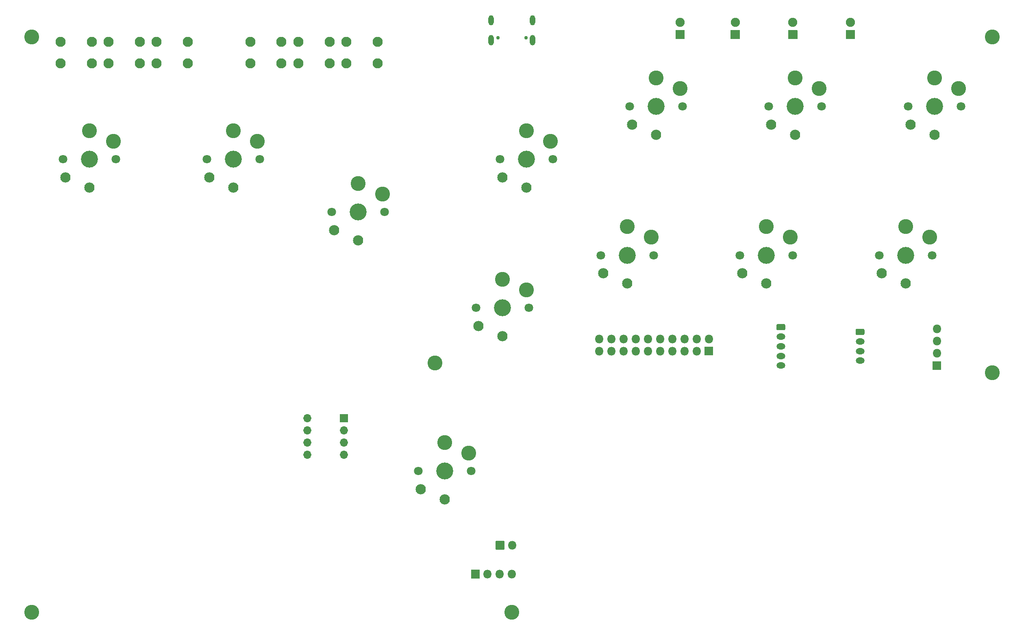
<source format=gbr>
G04 #@! TF.GenerationSoftware,KiCad,Pcbnew,5.1.9+dfsg1-1*
G04 #@! TF.CreationDate,2021-10-01T14:26:28-05:00*
G04 #@! TF.ProjectId,thornbox,74686f72-6e62-46f7-982e-6b696361645f,rev?*
G04 #@! TF.SameCoordinates,Original*
G04 #@! TF.FileFunction,Soldermask,Top*
G04 #@! TF.FilePolarity,Negative*
%FSLAX46Y46*%
G04 Gerber Fmt 4.6, Leading zero omitted, Abs format (unit mm)*
G04 Created by KiCad (PCBNEW 5.1.9+dfsg1-1) date 2021-10-01 14:26:28*
%MOMM*%
%LPD*%
G01*
G04 APERTURE LIST*
%ADD10O,1.702000X1.702000*%
%ADD11O,1.802000X1.802000*%
%ADD12O,1.852000X1.302000*%
%ADD13C,1.902000*%
%ADD14C,0.752000*%
%ADD15O,1.152000X2.202000*%
%ADD16O,1.102000X2.102000*%
%ADD17C,3.102000*%
%ADD18C,2.102000*%
%ADD19C,2.134000*%
%ADD20C,3.531000*%
%ADD21C,1.803800*%
G04 APERTURE END LIST*
D10*
X110380000Y-111500000D03*
X118000000Y-119120000D03*
X110380000Y-114040000D03*
X118000000Y-116580000D03*
X110380000Y-116580000D03*
X118000000Y-114040000D03*
X110380000Y-119120000D03*
G36*
G01*
X118851000Y-110700000D02*
X118851000Y-112300000D01*
G75*
G02*
X118800000Y-112351000I-51000J0D01*
G01*
X117200000Y-112351000D01*
G75*
G02*
X117149000Y-112300000I0J51000D01*
G01*
X117149000Y-110700000D01*
G75*
G02*
X117200000Y-110649000I51000J0D01*
G01*
X118800000Y-110649000D01*
G75*
G02*
X118851000Y-110700000I0J-51000D01*
G01*
G37*
D11*
X153040000Y-138000000D03*
G36*
G01*
X149650000Y-137099000D02*
X151350000Y-137099000D01*
G75*
G02*
X151401000Y-137150000I0J-51000D01*
G01*
X151401000Y-138850000D01*
G75*
G02*
X151350000Y-138901000I-51000J0D01*
G01*
X149650000Y-138901000D01*
G75*
G02*
X149599000Y-138850000I0J51000D01*
G01*
X149599000Y-137150000D01*
G75*
G02*
X149650000Y-137099000I51000J0D01*
G01*
G37*
D12*
X209000000Y-100500000D03*
X209000000Y-98500000D03*
X209000000Y-96500000D03*
X209000000Y-94500000D03*
G36*
G01*
X208345248Y-91849000D02*
X209654752Y-91849000D01*
G75*
G02*
X209926000Y-92120248I0J-271248D01*
G01*
X209926000Y-92879752D01*
G75*
G02*
X209654752Y-93151000I-271248J0D01*
G01*
X208345248Y-93151000D01*
G75*
G02*
X208074000Y-92879752I0J271248D01*
G01*
X208074000Y-92120248D01*
G75*
G02*
X208345248Y-91849000I271248J0D01*
G01*
G37*
D11*
X153000000Y-144000000D03*
X150460000Y-144000000D03*
X147920000Y-144000000D03*
G36*
G01*
X144530000Y-143099000D02*
X146230000Y-143099000D01*
G75*
G02*
X146281000Y-143150000I0J-51000D01*
G01*
X146281000Y-144850000D01*
G75*
G02*
X146230000Y-144901000I-51000J0D01*
G01*
X144530000Y-144901000D01*
G75*
G02*
X144479000Y-144850000I0J51000D01*
G01*
X144479000Y-143150000D01*
G75*
G02*
X144530000Y-143099000I51000J0D01*
G01*
G37*
D13*
X223500000Y-28960000D03*
G36*
G01*
X224400000Y-32451000D02*
X222600000Y-32451000D01*
G75*
G02*
X222549000Y-32400000I0J51000D01*
G01*
X222549000Y-30600000D01*
G75*
G02*
X222600000Y-30549000I51000J0D01*
G01*
X224400000Y-30549000D01*
G75*
G02*
X224451000Y-30600000I0J-51000D01*
G01*
X224451000Y-32400000D01*
G75*
G02*
X224400000Y-32451000I-51000J0D01*
G01*
G37*
X211500000Y-28960000D03*
G36*
G01*
X212400000Y-32451000D02*
X210600000Y-32451000D01*
G75*
G02*
X210549000Y-32400000I0J51000D01*
G01*
X210549000Y-30600000D01*
G75*
G02*
X210600000Y-30549000I51000J0D01*
G01*
X212400000Y-30549000D01*
G75*
G02*
X212451000Y-30600000I0J-51000D01*
G01*
X212451000Y-32400000D01*
G75*
G02*
X212400000Y-32451000I-51000J0D01*
G01*
G37*
X199500000Y-28960000D03*
G36*
G01*
X200400000Y-32451000D02*
X198600000Y-32451000D01*
G75*
G02*
X198549000Y-32400000I0J51000D01*
G01*
X198549000Y-30600000D01*
G75*
G02*
X198600000Y-30549000I51000J0D01*
G01*
X200400000Y-30549000D01*
G75*
G02*
X200451000Y-30600000I0J-51000D01*
G01*
X200451000Y-32400000D01*
G75*
G02*
X200400000Y-32451000I-51000J0D01*
G01*
G37*
X188000000Y-28960000D03*
G36*
G01*
X188900000Y-32451000D02*
X187100000Y-32451000D01*
G75*
G02*
X187049000Y-32400000I0J51000D01*
G01*
X187049000Y-30600000D01*
G75*
G02*
X187100000Y-30549000I51000J0D01*
G01*
X188900000Y-30549000D01*
G75*
G02*
X188951000Y-30600000I0J-51000D01*
G01*
X188951000Y-32400000D01*
G75*
G02*
X188900000Y-32451000I-51000J0D01*
G01*
G37*
D14*
X150110000Y-32180000D03*
X155890000Y-32180000D03*
D15*
X157320000Y-32680000D03*
X148680000Y-32680000D03*
D16*
X157320000Y-28500000D03*
X148680000Y-28500000D03*
D17*
X153000000Y-152000000D03*
X53000000Y-32000000D03*
X53000000Y-152000000D03*
X253000000Y-32000000D03*
X253000000Y-102000000D03*
X137000000Y-100000000D03*
D18*
X65500000Y-33000000D03*
X65500000Y-37500000D03*
X59000000Y-33000000D03*
X59000000Y-37500000D03*
X75500000Y-33000000D03*
X75500000Y-37500000D03*
X69000000Y-33000000D03*
X69000000Y-37500000D03*
X115000000Y-33000000D03*
X115000000Y-37500000D03*
X108500000Y-33000000D03*
X108500000Y-37500000D03*
X125000000Y-33000000D03*
X125000000Y-37500000D03*
X118500000Y-33000000D03*
X118500000Y-37500000D03*
X85500000Y-33000000D03*
X85500000Y-37500000D03*
X79000000Y-33000000D03*
X79000000Y-37500000D03*
X105000000Y-33000000D03*
X105000000Y-37500000D03*
X98500000Y-33000000D03*
X98500000Y-37500000D03*
D11*
X171140000Y-94960000D03*
X171140000Y-97500000D03*
X173680000Y-94960000D03*
X173680000Y-97500000D03*
X176220000Y-94960000D03*
X176220000Y-97500000D03*
X178760000Y-94960000D03*
X178760000Y-97500000D03*
X181300000Y-94960000D03*
X181300000Y-97500000D03*
X183840000Y-94960000D03*
X183840000Y-97500000D03*
X186380000Y-94960000D03*
X186380000Y-97500000D03*
X188920000Y-94960000D03*
X188920000Y-97500000D03*
X191460000Y-94960000D03*
X191460000Y-97500000D03*
X194000000Y-94960000D03*
G36*
G01*
X194850000Y-98401000D02*
X193150000Y-98401000D01*
G75*
G02*
X193099000Y-98350000I0J51000D01*
G01*
X193099000Y-96650000D01*
G75*
G02*
X193150000Y-96599000I51000J0D01*
G01*
X194850000Y-96599000D01*
G75*
G02*
X194901000Y-96650000I0J-51000D01*
G01*
X194901000Y-98350000D01*
G75*
G02*
X194850000Y-98401000I-51000J0D01*
G01*
G37*
D12*
X225500000Y-99500000D03*
X225500000Y-97500000D03*
X225500000Y-95500000D03*
G36*
G01*
X224845248Y-92849000D02*
X226154752Y-92849000D01*
G75*
G02*
X226426000Y-93120248I0J-271248D01*
G01*
X226426000Y-93879752D01*
G75*
G02*
X226154752Y-94151000I-271248J0D01*
G01*
X224845248Y-94151000D01*
G75*
G02*
X224574000Y-93879752I0J271248D01*
G01*
X224574000Y-93120248D01*
G75*
G02*
X224845248Y-92849000I271248J0D01*
G01*
G37*
D11*
X241500000Y-92880000D03*
X241500000Y-95420000D03*
X241500000Y-97960000D03*
G36*
G01*
X240599000Y-101350000D02*
X240599000Y-99650000D01*
G75*
G02*
X240650000Y-99599000I51000J0D01*
G01*
X242350000Y-99599000D01*
G75*
G02*
X242401000Y-99650000I0J-51000D01*
G01*
X242401000Y-101350000D01*
G75*
G02*
X242350000Y-101401000I-51000J0D01*
G01*
X240650000Y-101401000D01*
G75*
G02*
X240599000Y-101350000I0J51000D01*
G01*
G37*
D17*
X65000000Y-51550000D03*
D19*
X65000000Y-63400000D03*
X60000000Y-61300000D03*
D20*
X65000000Y-57500000D03*
D17*
X70000000Y-53750000D03*
D21*
X70500000Y-57500000D03*
X59500000Y-57500000D03*
D17*
X121000000Y-62550000D03*
D19*
X121000000Y-74400000D03*
X116000000Y-72300000D03*
D20*
X121000000Y-68500000D03*
D17*
X126000000Y-64750000D03*
D21*
X126500000Y-68500000D03*
X115500000Y-68500000D03*
D17*
X241000000Y-40550000D03*
D19*
X241000000Y-52400000D03*
X236000000Y-50300000D03*
D20*
X241000000Y-46500000D03*
D17*
X246000000Y-42750000D03*
D21*
X246500000Y-46500000D03*
X235500000Y-46500000D03*
D17*
X212000000Y-40550000D03*
D19*
X212000000Y-52400000D03*
X207000000Y-50300000D03*
D20*
X212000000Y-46500000D03*
D17*
X217000000Y-42750000D03*
D21*
X217500000Y-46500000D03*
X206500000Y-46500000D03*
D17*
X183000000Y-40550000D03*
D19*
X183000000Y-52400000D03*
X178000000Y-50300000D03*
D20*
X183000000Y-46500000D03*
D17*
X188000000Y-42750000D03*
D21*
X188500000Y-46500000D03*
X177500000Y-46500000D03*
D17*
X156000000Y-51550000D03*
D19*
X156000000Y-63400000D03*
X151000000Y-61300000D03*
D20*
X156000000Y-57500000D03*
D17*
X161000000Y-53750000D03*
D21*
X161500000Y-57500000D03*
X150500000Y-57500000D03*
D17*
X235000000Y-71550000D03*
D19*
X235000000Y-83400000D03*
X230000000Y-81300000D03*
D20*
X235000000Y-77500000D03*
D17*
X240000000Y-73750000D03*
D21*
X240500000Y-77500000D03*
X229500000Y-77500000D03*
D17*
X206000000Y-71550000D03*
D19*
X206000000Y-83400000D03*
X201000000Y-81300000D03*
D20*
X206000000Y-77500000D03*
D17*
X211000000Y-73750000D03*
D21*
X211500000Y-77500000D03*
X200500000Y-77500000D03*
D17*
X177000000Y-71550000D03*
D19*
X177000000Y-83400000D03*
X172000000Y-81300000D03*
D20*
X177000000Y-77500000D03*
D17*
X182000000Y-73750000D03*
D21*
X182500000Y-77500000D03*
X171500000Y-77500000D03*
D17*
X151000000Y-82550000D03*
D19*
X151000000Y-94400000D03*
X146000000Y-92300000D03*
D20*
X151000000Y-88500000D03*
D17*
X156000000Y-84750000D03*
D21*
X156500000Y-88500000D03*
X145500000Y-88500000D03*
D17*
X95000000Y-51550000D03*
D19*
X95000000Y-63400000D03*
X90000000Y-61300000D03*
D20*
X95000000Y-57500000D03*
D17*
X100000000Y-53750000D03*
D21*
X100500000Y-57500000D03*
X89500000Y-57500000D03*
D17*
X139000000Y-116550000D03*
D19*
X139000000Y-128400000D03*
X134000000Y-126300000D03*
D20*
X139000000Y-122500000D03*
D17*
X144000000Y-118750000D03*
D21*
X144500000Y-122500000D03*
X133500000Y-122500000D03*
M02*

</source>
